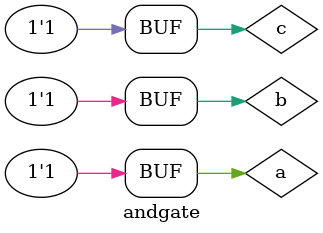
<source format=v>

module orgate (output s,
								input a,
								input b,
								input c);
	assign s = a | b | c;
endmodule// orgate
//  -- not gate
module notgate( output s,
							 input p);
assign s= ~p;
endmodule// notgate

// -- and gate De Morgan

module andgate;
reg a, b, c;
wire s0, s1, n1, n2, n3;

notgate NOT1(n1, a);

notgate NOT2(n2, b);

notgate NOT3(n3, c);

orgate OR1(s1, n1, n2, n3);

notgate NOT4(s0, s1);

initial begin:start
a=0; b=0; c=0;
end

initial begin
$display("ANDGATE 3 entradas por De Morgan - Rama Alvim Sales Schiavo -  305056");
$display("\n ~(~a | ~b | ~c ) = s\n");
$monitor("%b | %b | %b = %b", a, b, c, s0);

#1 a=0; b=0; c=0;
#1 a=0; b=0; c=1;
#1 a=0; b=1; c=0;
#1 a=0; b=1; c=1;
#1 a=1; b=0; c=0;
#1 a=1; b=0; c=1;
#1 a=1; b=1; c=0;
#1 a=1; b=1; c=1;

end
endmodule // andgate De Morgan
</source>
